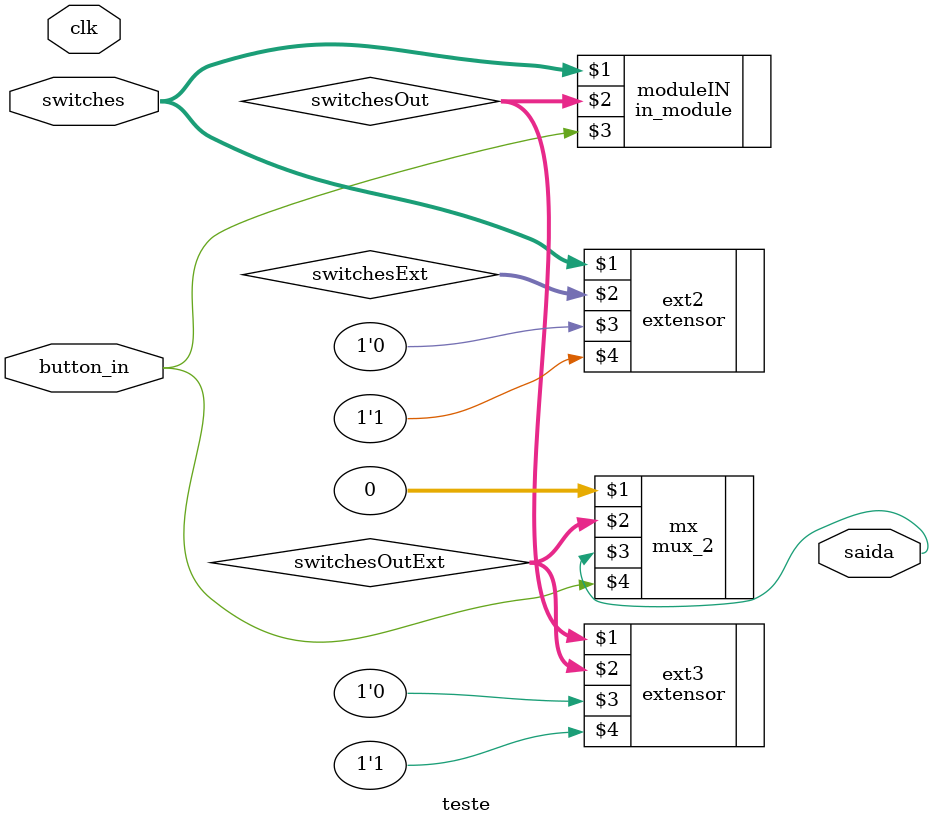
<source format=v>
module teste(clk, switches, button_in, saida);
	
	input clk, button_in;
	input [15:0] switches;
	output saida;
	wire [15:0] switchesOut;
	wire [31:0] switchesOutExt;
	wire [31:0] switchesExt;
	
	in_module moduleIN(switches,switchesOut, button_in);
	
	extensor ext2(switches, switchesExt, 1'b0, 1'b1);
	extensor ext3(switchesOut, switchesOutExt, 1'b0, 1'b1);
	
	mux_2 mx(0,switchesOutExt,saida,button_in);
	
	
	
	
endmodule
//extensor #(tam) ext(in, out, flag, tc);
</source>
